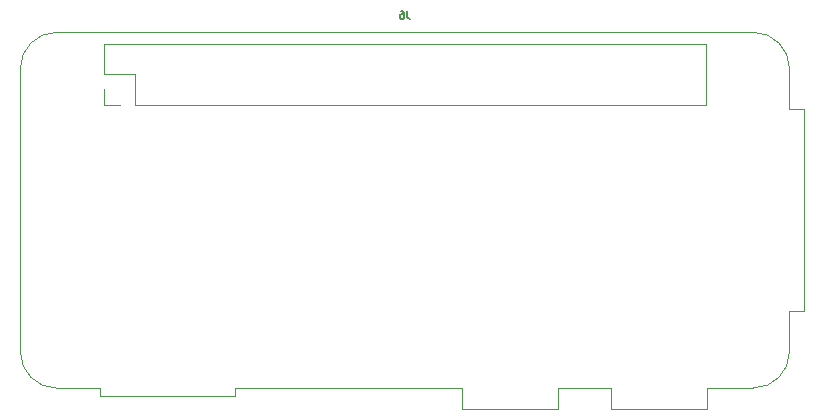
<source format=gbr>
%TF.GenerationSoftware,KiCad,Pcbnew,(6.0.0)*%
%TF.CreationDate,2022-02-07T22:24:18-06:00*%
%TF.ProjectId,PiDRO_interface,50694452-4f5f-4696-9e74-657266616365,rev?*%
%TF.SameCoordinates,Original*%
%TF.FileFunction,Legend,Bot*%
%TF.FilePolarity,Positive*%
%FSLAX46Y46*%
G04 Gerber Fmt 4.6, Leading zero omitted, Abs format (unit mm)*
G04 Created by KiCad (PCBNEW (6.0.0)) date 2022-02-07 22:24:18*
%MOMM*%
%LPD*%
G01*
G04 APERTURE LIST*
%ADD10C,0.150000*%
%ADD11C,0.120000*%
G04 APERTURE END LIST*
D10*
%TO.C,J6*%
X130386666Y-82917261D02*
X130386666Y-83370833D01*
X130416904Y-83461547D01*
X130477380Y-83522023D01*
X130568095Y-83552261D01*
X130628571Y-83552261D01*
X129812142Y-82917261D02*
X129933095Y-82917261D01*
X129993571Y-82947500D01*
X130023809Y-82977738D01*
X130084285Y-83068452D01*
X130114523Y-83189404D01*
X130114523Y-83431309D01*
X130084285Y-83491785D01*
X130054047Y-83522023D01*
X129993571Y-83552261D01*
X129872619Y-83552261D01*
X129812142Y-83522023D01*
X129781904Y-83491785D01*
X129751666Y-83431309D01*
X129751666Y-83280119D01*
X129781904Y-83219642D01*
X129812142Y-83189404D01*
X129872619Y-83159166D01*
X129993571Y-83159166D01*
X130054047Y-83189404D01*
X130084285Y-83219642D01*
X130114523Y-83280119D01*
D11*
X97615000Y-111765000D02*
G75*
G03*
X100675000Y-114825000I3059999J-1D01*
G01*
X159675000Y-114825000D02*
G75*
G03*
X162735000Y-111765000I1J3059999D01*
G01*
X100675000Y-84705000D02*
G75*
G03*
X97615000Y-87765000I-1J-3059999D01*
G01*
X162735000Y-87765000D02*
G75*
G03*
X159675000Y-84705000I-3059999J1D01*
G01*
X104715000Y-88265000D02*
X107315000Y-88265000D01*
X162735000Y-91205000D02*
X162735000Y-87765000D01*
X135015000Y-116625000D02*
X135015000Y-114825000D01*
X97615000Y-87765000D02*
X97615000Y-111765000D01*
X115785000Y-114825000D02*
X115785000Y-115525000D01*
X107315000Y-88265000D02*
X107315000Y-90865000D01*
X155635000Y-85665000D02*
X155635000Y-90865000D01*
X104365000Y-115525000D02*
X104365000Y-114825000D01*
X104715000Y-89535000D02*
X104715000Y-90865000D01*
X155735000Y-114825000D02*
X155735000Y-116625000D01*
X162735000Y-108325000D02*
X162735000Y-111765000D01*
X143135000Y-116625000D02*
X135015000Y-116625000D01*
X159675000Y-84705000D02*
X100675000Y-84705000D01*
X147615000Y-116625000D02*
X147615000Y-114825000D01*
X159675000Y-114825000D02*
X155735000Y-114825000D01*
X107315000Y-90865000D02*
X155635000Y-90865000D01*
X115785000Y-115525000D02*
X104365000Y-115525000D01*
X104365000Y-114825000D02*
X100675000Y-114825000D01*
X135015000Y-114825000D02*
X115785000Y-114825000D01*
X155735000Y-116625000D02*
X147615000Y-116625000D01*
X162735000Y-91205000D02*
X163935000Y-91205000D01*
X104715000Y-85665000D02*
X155635000Y-85665000D01*
X104715000Y-85665000D02*
X104715000Y-88265000D01*
X163935000Y-108325000D02*
X162735000Y-108325000D01*
X147615000Y-114825000D02*
X143135000Y-114825000D01*
X104715000Y-90865000D02*
X106045000Y-90865000D01*
X143135000Y-114825000D02*
X143135000Y-116625000D01*
X163935000Y-91205000D02*
X163935000Y-108325000D01*
%TD*%
M02*

</source>
